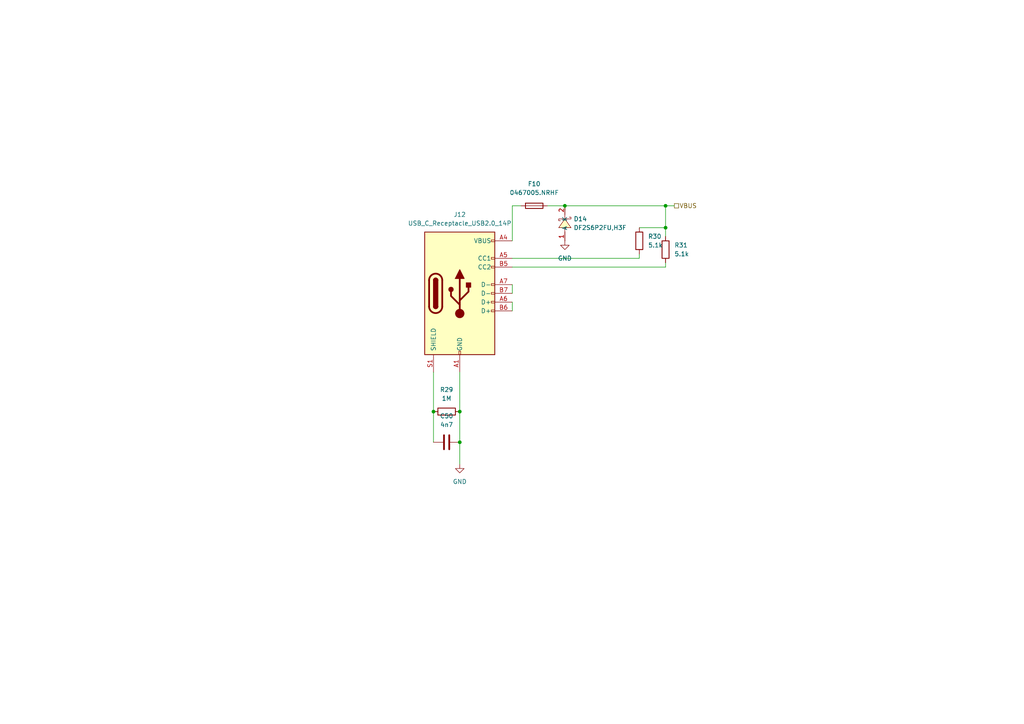
<source format=kicad_sch>
(kicad_sch (version 20250114) (generator "eeschema") (generator_version "9.0")
  (paper "A4")
  (lib_symbols
    (symbol "Connector:USB_C_Receptacle_USB2.0_14P" (pin_names (offset 1.016))
      (property "Reference" "J" (at 0 22.225 0))
      (property "Value" "USB_C_Receptacle_USB2.0_14P" (at 0 19.685 0))
      (symbol "USB_C_Receptacle_USB2.0_14P_0_0"
        (rectangle (start -0.254 -17.78) (end 0.254 -16.764))
        (rectangle (start 10.16 15.494) (end 9.144 14.986))
        (rectangle (start 10.16 10.414) (end 9.144 9.906))
        (rectangle (start 10.16 7.874) (end 9.144 7.366))
        (rectangle (start 10.16 2.794) (end 9.144 2.286))
        (rectangle (start 10.16 0.254) (end 9.144 -0.254))
        (rectangle (start 10.16 -2.286) (end 9.144 -2.794))
        (rectangle (start 10.16 -4.826) (end 9.144 -5.334))
      )
      (symbol "USB_C_Receptacle_USB2.0_14P_0_1"
        (rectangle (start -10.16 17.78) (end 10.16 -17.78) (stroke (width 0.254)) (fill (type background)))
        (polyline (pts (xy -8.89 -3.81) (xy -8.89 3.81)) (stroke (width 0.508)))
        (rectangle (start -7.62 -3.81) (end -6.35 3.81) (stroke (width 0.254)) (fill (type outline)))
        (arc (start -7.62 3.81) (mid -6.985 4.4423) (end -6.35 3.81) (stroke (width 0.254)))
        (arc (start -7.62 3.81) (mid -6.985 4.4423) (end -6.35 3.81) (stroke (width 0.254)) (fill (type outline)))
        (arc (start -8.89 3.81) (mid -6.985 5.7067) (end -5.08 3.81) (stroke (width 0.508)))
        (arc (start -5.08 -3.81) (mid -6.985 -5.7067) (end -8.89 -3.81) (stroke (width 0.508)))
        (arc (start -6.35 -3.81) (mid -6.985 -4.4423) (end -7.62 -3.81) (stroke (width 0.254)))
        (arc (start -6.35 -3.81) (mid -6.985 -4.4423) (end -7.62 -3.81) (stroke (width 0.254)) (fill (type outline)))
        (polyline (pts (xy -5.08 3.81) (xy -5.08 -3.81)) (stroke (width 0.508)))
        (circle (center -2.54 1.143) (radius 0.635) (stroke (width 0.254)) (fill (type outline)))
        (polyline (pts (xy -1.27 4.318) (xy 0 6.858) (xy 1.27 4.318) (xy -1.27 4.318)) (stroke (width 0.254)) (fill (type outline)))
        (polyline (pts (xy 0 -2.032) (xy 2.54 0.508) (xy 2.54 1.778)) (stroke (width 0.508)))
        (polyline (pts (xy 0 -3.302) (xy -2.54 -0.762) (xy -2.54 0.508)) (stroke (width 0.508)))
        (polyline (pts (xy 0 -5.842) (xy 0 4.318)) (stroke (width 0.508)))
        (circle (center 0 -5.842) (radius 1.27) (fill (type outline)))
        (rectangle (start 1.905 1.778) (end 3.175 3.048) (stroke (width 0.254)) (fill (type outline)))
      )
      (symbol "USB_C_Receptacle_USB2.0_14P_1_1"
        (pin passive line (at -7.62 -22.86 90) (length 5.08) (name "SHIELD") (number "S1"))
        (pin passive line (at 0 -22.86 90) (length 5.08) (name "GND") (number "A1"))
        (pin passive line (at 0 -22.86 90) (length 5.08) (hide yes) (name "GND") (number "A12"))
        (pin passive line (at 0 -22.86 90) (length 5.08) (hide yes) (name "GND") (number "B1"))
        (pin passive line (at 0 -22.86 90) (length 5.08) (hide yes) (name "GND") (number "B12"))
        (pin passive line (at 15.24 15.24 180) (length 5.08) (name "VBUS") (number "A4"))
        (pin passive line (at 15.24 15.24 180) (length 5.08) (hide yes) (name "VBUS") (number "A9"))
        (pin passive line (at 15.24 15.24 180) (length 5.08) (hide yes) (name "VBUS") (number "B4"))
        (pin passive line (at 15.24 15.24 180) (length 5.08) (hide yes) (name "VBUS") (number "B9"))
        (pin bidirectional line (at 15.24 10.16 180) (length 5.08) (name "CC1") (number "A5"))
        (pin bidirectional line (at 15.24 7.62 180) (length 5.08) (name "CC2") (number "B5"))
        (pin bidirectional line (at 15.24 2.54 180) (length 5.08) (name "D-") (number "A7"))
        (pin bidirectional line (at 15.24 0 180) (length 5.08) (name "D-") (number "B7"))
        (pin bidirectional line (at 15.24 -2.54 180) (length 5.08) (name "D+") (number "A6"))
        (pin bidirectional line (at 15.24 -5.08 180) (length 5.08) (name "D+") (number "B6"))
      )
    )
    (symbol "Device:C" (pin_numbers (hide yes)) (pin_names (offset 0.254))
      (property "Reference" "C" (at 0.635 2.54 0))
      (property "Value" "C" (at 0.635 -2.54 0))
      (symbol "C_0_1"
        (polyline (pts (xy -2.032 0.762) (xy 2.032 0.762)) (stroke (width 0.508)))
        (polyline (pts (xy -2.032 -0.762) (xy 2.032 -0.762)) (stroke (width 0.508)))
      )
      (symbol "C_1_1"
        (pin passive line (at 0 3.81 270) (length 2.794) (name "~") (number "1"))
        (pin passive line (at 0 -3.81 90) (length 2.794) (name "~") (number "2"))
      )
    )
    (symbol "Device:Fuse" (pin_numbers (hide yes)) (pin_names (offset 0))
      (property "Reference" "F" (at 2.032 0 90))
      (property "Value" "Fuse" (at -1.905 0 90))
      (symbol "Fuse_0_1"
        (rectangle (start -0.762 -2.54) (end 0.762 2.54) (stroke (width 0.254)))
        (polyline (pts (xy 0 2.54) (xy 0 -2.54)))
      )
      (symbol "Fuse_1_1"
        (pin passive line (at 0 3.81 270) (length 1.27) (name "~") (number "1"))
        (pin passive line (at 0 -3.81 90) (length 1.27) (name "~") (number "2"))
      )
    )
    (symbol "Device:R" (pin_numbers (hide yes)) (pin_names (offset 0))
      (property "Reference" "R" (at 2.032 0 90))
      (property "Value" "R" (at 0 0 90))
      (symbol "R_0_1"
        (rectangle (start -1.016 -2.54) (end 1.016 2.54) (stroke (width 0.254)))
      )
      (symbol "R_1_1"
        (pin passive line (at 0 3.81 270) (length 1.27) (name "~") (number "1"))
        (pin passive line (at 0 -3.81 90) (length 1.27) (name "~") (number "2"))
      )
    )
    (symbol "easyeda2kicad:DF2S6P2FU,H3F"
      (property "Reference" "D" (at 0 5.08 0))
      (property "Value" "DF2S6P2FU,H3F" (at 0 -5.08 0))
      (symbol "DF2S6P2FU,H3F_0_1"
        (polyline (pts (xy -1.78 1.27) (xy -1.78 1.78) (xy -1.27 1.78) (xy -1.27 -1.78) (xy -0.76 -1.78) (xy -0.76 -1.27)))
        (polyline (pts (xy -1.27 0) (xy -2.54 0)))
        (polyline (pts (xy 1.27 1.78) (xy -1.27 0) (xy 1.27 -1.78) (xy 1.27 1.78)) (fill (type background)))
        (polyline (pts (xy 2.54 0) (xy 1.27 0)))
        (pin unspecified line (at -5.08 0 0) (length 2.54) (name "K") (number "2"))
        (pin unspecified line (at 5.08 0 180) (length 2.54) (name "A") (number "1"))
      )
    )
    (symbol "power:GND" (power) (pin_numbers (hide yes)) (pin_names (offset 0) (hide yes))
      (property "Value" "GND" (at 0 -3.81 0))
      (symbol "GND_0_1"
        (polyline (pts (xy 0 0) (xy 0 -1.27) (xy 1.27 -1.27) (xy 0 -2.54) (xy -1.27 -1.27) (xy 0 -1.27)))
      )
      (symbol "GND_1_1"
        (pin power_in line (at 0 0 270) (length 0) (name "~") (number "1"))
      )
    )
  )
  (junction (at 193.04 66.04))
  (junction (at 133.35 119.38))
  (junction (at 193.04 59.69))
  (junction (at 133.35 128.27))
  (junction (at 163.83 59.69))
  (junction (at 125.73 119.38))
  (wire (pts (xy 158.75 59.69) (xy 163.83 59.69)))
  (wire (pts (xy 133.35 134.62) (xy 133.35 128.27)))
  (wire (pts (xy 148.59 59.69) (xy 151.13 59.69)))
  (wire (pts (xy 193.04 66.04) (xy 193.04 68.58)))
  (wire (pts (xy 125.73 119.38) (xy 125.73 128.27)))
  (wire (pts (xy 148.59 59.69) (xy 148.59 69.85)))
  (wire (pts (xy 163.83 59.69) (xy 193.04 59.69)))
  (wire (pts (xy 185.42 73.66) (xy 185.42 74.93)))
  (wire (pts (xy 133.35 128.27) (xy 133.35 119.38)))
  (wire (pts (xy 148.59 77.47) (xy 193.04 77.47)))
  (wire (pts (xy 185.42 74.93) (xy 148.59 74.93)))
  (wire (pts (xy 193.04 59.69) (xy 195.58 59.69)))
  (wire (pts (xy 125.73 107.95) (xy 125.73 119.38)))
  (wire (pts (xy 163.83 59.69) (xy 163.83 60.96)))
  (wire (pts (xy 193.04 59.69) (xy 193.04 66.04)))
  (wire (pts (xy 148.59 87.63) (xy 148.59 90.17)))
  (wire (pts (xy 193.04 77.47) (xy 193.04 76.2)))
  (wire (pts (xy 185.42 66.04) (xy 193.04 66.04)))
  (wire (pts (xy 133.35 119.38) (xy 133.35 107.95)))
  (wire (pts (xy 148.59 82.55) (xy 148.59 85.09)))
  (hierarchical_label "VBUS" (shape passive) (at 195.58 59.69 0))
  (symbol (lib_id "Device:C") (at 129.54 128.27 90) (unit 1)
    (property "Reference" "C18" (at 129.54 120.65 90))
    (property "Value" "4n7" (at 129.54 123.19 90))
    (property "Description" "Unpolarized capacitor" (effects (hide yes)))
    (instances (project "charger" (path "" (reference "C50") (unit 1)) (path "" (reference "C42") (unit 1)) (path "" (reference "C26") (unit 1)) (path "" (reference "C18") (unit 1)) (path "" (reference "C34") (unit 1))))
  )
  (symbol (lib_id "Device:R") (at 193.04 72.39 180) (unit 1)
    (property "Reference" "R15" (at 195.58 71.1199 0) (effects (justify right)))
    (property "Value" "5.1k" (at 195.58 73.6599 0) (effects (justify right)))
    (property "Description" "Resistor" (effects (hide yes)))
    (instances (project "charger" (path "" (reference "R31") (unit 1)) (path "" (reference "R27") (unit 1)) (path "" (reference "R19") (unit 1)) (path "" (reference "R15") (unit 1)) (path "" (reference "R23") (unit 1))))
  )
  (symbol (lib_id "Device:R") (at 185.42 69.85 180) (unit 1)
    (property "Reference" "R14" (at 187.96 68.5799 0) (effects (justify right)))
    (property "Value" "5.1k" (at 187.96 71.1199 0) (effects (justify right)))
    (property "Description" "Resistor" (effects (hide yes)))
    (instances (project "charger" (path "" (reference "R30") (unit 1)) (path "" (reference "R26") (unit 1)) (path "" (reference "R18") (unit 1)) (path "" (reference "R14") (unit 1)) (path "" (reference "R22") (unit 1))))
  )
  (symbol (lib_id "easyeda2kicad:DF2S6P2FU,H3F") (at 163.83 64.77 270) (unit 1)
    (property "Reference" "D6" (at 166.37 63.4999 90) (effects (justify left)))
    (property "Value" "DF2S6P2FU,H3F" (at 166.37 66.0399 90) (effects (justify left)))
    (property "Footprint" "easyeda2kicad:USC_L1.7-W1.3-LS2.5-R-RD" (effects (hide yes)))
    (property "LCSC Part" "C1974448" (effects (hide yes)))
    (instances (project "charger" (path "" (reference "D14") (unit 1)) (path "" (reference "D12") (unit 1)) (path "" (reference "D8") (unit 1)) (path "" (reference "D6") (unit 1)) (path "" (reference "D10") (unit 1))))
  )
  (symbol (lib_id "Connector:USB_C_Receptacle_USB2.0_14P") (at 133.35 85.09 0) (unit 1)
    (property "Reference" "J8" (at 133.35 62.23 0))
    (property "Value" "USB_C_Receptacle_USB2.0_14P" (at 133.35 64.77 0))
    (property "Datasheet" "https://www.usb.org/sites/default/files/documents/usb_type-c.zip" (effects (hide yes)))
    (property "Description" "USB 2.0-only 14P Type-C Receptacle connector" (effects (hide yes)))
    (instances (project "charger" (path "" (reference "J12") (unit 1)) (path "" (reference "J11") (unit 1)) (path "" (reference "J9") (unit 1)) (path "" (reference "J8") (unit 1)) (path "" (reference "J10") (unit 1))))
  )
  (symbol (lib_id "Device:Fuse") (at 154.94 59.69 90) (unit 1)
    (property "Reference" "F6" (at 154.94 53.34 90))
    (property "Value" "0467005.NRHF" (at 154.94 55.88 90))
    (property "Footprint" "easyeda2kicad:F0603" (effects (hide yes)))
    (property "Description" "Fuse" (effects (hide yes)))
    (instances (project "charger" (path "" (reference "F10") (unit 1)) (path "" (reference "F9") (unit 1)) (path "" (reference "F7") (unit 1)) (path "" (reference "F6") (unit 1)) (path "" (reference "F8") (unit 1))))
  )
  (symbol (lib_id "Device:R") (at 129.54 119.38 270) (unit 1)
    (property "Reference" "R13" (at 129.54 113.03 90))
    (property "Value" "1M" (at 129.54 115.57 90))
    (property "Description" "Resistor" (effects (hide yes)))
    (instances (project "charger" (path "" (reference "R29") (unit 1)) (path "" (reference "R25") (unit 1)) (path "" (reference "R17") (unit 1)) (path "" (reference "R13") (unit 1)) (path "" (reference "R21") (unit 1))))
  )
  (symbol (lib_id "power:GND") (at 133.35 134.62 0) (unit 1)
    (property "Reference" "#PWR020" (effects (hide yes)))
    (property "Value" "GND" (at 133.35 139.7 0))
    (property "Description" "Power symbol creates a global label with name \"GND\" , ground" (effects (hide yes)))
    (instances (project "charger" (path "" (reference "#PWR052") (unit 1)) (path "" (reference "#PWR044") (unit 1)) (path "" (reference "#PWR028") (unit 1)) (path "" (reference "#PWR020") (unit 1)) (path "" (reference "#PWR036") (unit 1))))
  )
  (symbol (lib_id "power:GND") (at 163.83 69.85 0) (unit 1)
    (property "Reference" "#PWR021" (effects (hide yes)))
    (property "Value" "GND" (at 163.83 74.93 0))
    (property "Description" "Power symbol creates a global label with name \"GND\" , ground" (effects (hide yes)))
    (instances (project "charger" (path "" (reference "#PWR053") (unit 1)) (path "" (reference "#PWR045") (unit 1)) (path "" (reference "#PWR029") (unit 1)) (path "" (reference "#PWR021") (unit 1)) (path "" (reference "#PWR037") (unit 1))))
  )
)
</source>
